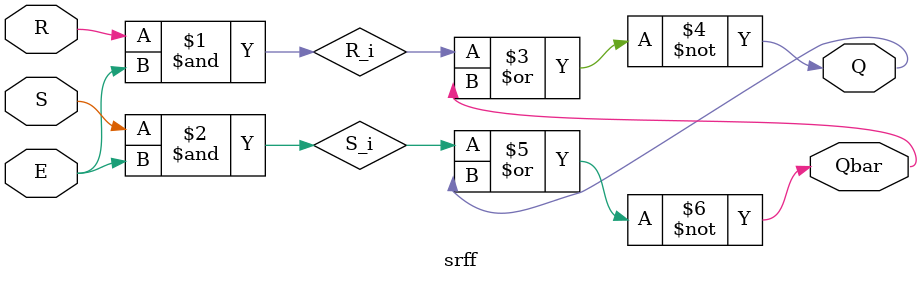
<source format=v>
`timescale 1ns / 1ps


module srff(
    input R,S,E,
    output Q, Qbar 
    );
    wire R_i, S_i;
    assign R_i = R & E;
    assign S_i = S & E;
    assign Q = ~(R_i | Qbar);
    assign Qbar = ~(S_i | Q); 
endmodule

</source>
